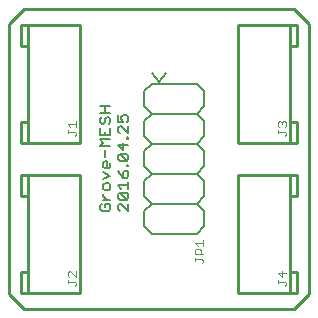
<source format=gto>
G75*
%MOIN*%
%OFA0B0*%
%FSLAX25Y25*%
%IPPOS*%
%LPD*%
%AMOC8*
5,1,8,0,0,1.08239X$1,22.5*
%
%ADD10C,0.01000*%
%ADD11C,0.00500*%
%ADD12C,0.00400*%
%ADD13C,0.00600*%
D10*
X0003000Y0006500D02*
X0008000Y0001500D01*
X0098000Y0001500D01*
X0103000Y0006500D01*
X0103000Y0096500D01*
X0098000Y0101500D01*
X0008000Y0101500D01*
X0003000Y0096500D01*
X0003000Y0006500D01*
X0006976Y0006815D02*
X0009339Y0006815D01*
X0026661Y0006815D01*
X0026661Y0046185D01*
X0009339Y0046185D01*
X0006976Y0046185D01*
X0006976Y0039098D01*
X0009339Y0039098D01*
X0009339Y0013902D01*
X0006976Y0013902D01*
X0006976Y0006815D01*
X0009339Y0006815D02*
X0009339Y0013902D01*
X0012094Y0006815D02*
X0023906Y0006815D01*
X0009339Y0039098D02*
X0009339Y0046185D01*
X0009339Y0056815D02*
X0006976Y0056815D01*
X0006976Y0063902D01*
X0009339Y0063902D01*
X0009339Y0089098D01*
X0006976Y0089098D01*
X0006976Y0096185D01*
X0009339Y0096185D01*
X0009339Y0089098D01*
X0009339Y0096185D02*
X0026661Y0096185D01*
X0026661Y0056815D01*
X0009339Y0056815D01*
X0009339Y0063902D01*
X0012094Y0056815D02*
X0023906Y0056815D01*
X0079339Y0056815D02*
X0079339Y0096185D01*
X0096661Y0096185D01*
X0099024Y0096185D01*
X0099024Y0089098D01*
X0096661Y0089098D01*
X0096661Y0063902D01*
X0099024Y0063902D01*
X0099024Y0056815D01*
X0096661Y0056815D01*
X0096661Y0063902D01*
X0096661Y0056815D02*
X0079339Y0056815D01*
X0079339Y0046185D02*
X0079339Y0006815D01*
X0096661Y0006815D01*
X0099024Y0006815D01*
X0099024Y0013902D01*
X0096661Y0013902D01*
X0096661Y0039098D01*
X0099024Y0039098D01*
X0099024Y0046185D01*
X0096661Y0046185D01*
X0079339Y0046185D01*
X0082094Y0046185D02*
X0093906Y0046185D01*
X0096661Y0046185D02*
X0096661Y0039098D01*
X0096661Y0013902D02*
X0096661Y0006815D01*
X0096661Y0089098D02*
X0096661Y0096185D01*
X0093906Y0096185D02*
X0082094Y0096185D01*
D11*
X0055250Y0080149D02*
X0052998Y0077146D01*
X0050746Y0080149D01*
X0042166Y0066050D02*
X0040999Y0066050D01*
X0040415Y0065467D01*
X0040415Y0064883D01*
X0040999Y0063715D01*
X0039247Y0063715D01*
X0039247Y0066050D01*
X0042166Y0066050D02*
X0042750Y0065467D01*
X0042750Y0064299D01*
X0042166Y0063715D01*
X0042750Y0062367D02*
X0042750Y0060032D01*
X0040415Y0062367D01*
X0039831Y0062367D01*
X0039247Y0061784D01*
X0039247Y0060616D01*
X0039831Y0060032D01*
X0042166Y0058774D02*
X0042166Y0058190D01*
X0042750Y0058190D01*
X0042750Y0058774D01*
X0042166Y0058774D01*
X0040999Y0056843D02*
X0040999Y0054507D01*
X0039247Y0056259D01*
X0042750Y0056259D01*
X0042166Y0053159D02*
X0039831Y0053159D01*
X0042166Y0050824D01*
X0042750Y0051408D01*
X0042750Y0052576D01*
X0042166Y0053159D01*
X0042166Y0050824D02*
X0039831Y0050824D01*
X0039247Y0051408D01*
X0039247Y0052576D01*
X0039831Y0053159D01*
X0036750Y0055735D02*
X0033247Y0055735D01*
X0034415Y0056903D01*
X0033247Y0058070D01*
X0036750Y0058070D01*
X0036750Y0059418D02*
X0036750Y0061753D01*
X0034999Y0060586D02*
X0034999Y0059418D01*
X0036750Y0059418D02*
X0033247Y0059418D01*
X0033247Y0061753D01*
X0033831Y0063101D02*
X0034415Y0063101D01*
X0034999Y0063685D01*
X0034999Y0064853D01*
X0035582Y0065437D01*
X0036166Y0065437D01*
X0036750Y0064853D01*
X0036750Y0063685D01*
X0036166Y0063101D01*
X0033831Y0063101D02*
X0033247Y0063685D01*
X0033247Y0064853D01*
X0033831Y0065437D01*
X0033247Y0066784D02*
X0036750Y0066784D01*
X0034999Y0066784D02*
X0034999Y0069120D01*
X0036750Y0069120D02*
X0033247Y0069120D01*
X0034999Y0054387D02*
X0034999Y0052052D01*
X0034999Y0050704D02*
X0035582Y0050704D01*
X0035582Y0048369D01*
X0034999Y0048369D02*
X0034415Y0048953D01*
X0034415Y0050120D01*
X0034999Y0050704D01*
X0036750Y0050120D02*
X0036750Y0048953D01*
X0036166Y0048369D01*
X0034999Y0048369D01*
X0034415Y0047021D02*
X0036750Y0045853D01*
X0034415Y0044686D01*
X0034999Y0043338D02*
X0034415Y0042754D01*
X0034415Y0041586D01*
X0034999Y0041002D01*
X0036166Y0041002D01*
X0036750Y0041586D01*
X0036750Y0042754D01*
X0036166Y0043338D01*
X0034999Y0043338D01*
X0034415Y0039685D02*
X0034415Y0039101D01*
X0035582Y0037933D01*
X0034415Y0037933D02*
X0036750Y0037933D01*
X0036166Y0036585D02*
X0034999Y0036585D01*
X0034999Y0035418D01*
X0036166Y0036585D02*
X0036750Y0036001D01*
X0036750Y0034834D01*
X0036166Y0034250D01*
X0033831Y0034250D01*
X0033247Y0034834D01*
X0033247Y0036001D01*
X0033831Y0036585D01*
X0039247Y0036001D02*
X0039247Y0034834D01*
X0039831Y0034250D01*
X0039247Y0036001D02*
X0039831Y0036585D01*
X0040415Y0036585D01*
X0042750Y0034250D01*
X0042750Y0036585D01*
X0042166Y0037933D02*
X0039831Y0040268D01*
X0042166Y0040268D01*
X0042750Y0039685D01*
X0042750Y0038517D01*
X0042166Y0037933D01*
X0039831Y0037933D01*
X0039247Y0038517D01*
X0039247Y0039685D01*
X0039831Y0040268D01*
X0040415Y0041616D02*
X0039247Y0042784D01*
X0042750Y0042784D01*
X0042750Y0041616D02*
X0042750Y0043952D01*
X0042166Y0045299D02*
X0042750Y0045883D01*
X0042750Y0047051D01*
X0042166Y0047635D01*
X0041582Y0047635D01*
X0040999Y0047051D01*
X0040999Y0045299D01*
X0042166Y0045299D01*
X0040999Y0045299D02*
X0039831Y0046467D01*
X0039247Y0047635D01*
X0042166Y0048983D02*
X0042166Y0049566D01*
X0042750Y0049566D01*
X0042750Y0048983D01*
X0042166Y0048983D01*
X0021937Y0046185D02*
X0014063Y0046185D01*
X0014063Y0096185D02*
X0021937Y0096185D01*
X0084063Y0056815D02*
X0091937Y0056815D01*
X0091937Y0006815D02*
X0084063Y0006815D01*
D12*
X0092498Y0010134D02*
X0092498Y0011068D01*
X0092498Y0010601D02*
X0094833Y0010601D01*
X0095300Y0010134D01*
X0095300Y0009667D01*
X0094833Y0009200D01*
X0093899Y0012147D02*
X0093899Y0014015D01*
X0095300Y0013548D02*
X0092498Y0013548D01*
X0093899Y0012147D01*
X0067800Y0017167D02*
X0067800Y0017634D01*
X0067333Y0018101D01*
X0064998Y0018101D01*
X0064998Y0017634D02*
X0064998Y0018568D01*
X0064998Y0019647D02*
X0064998Y0021048D01*
X0065465Y0021515D01*
X0066399Y0021515D01*
X0066866Y0021048D01*
X0066866Y0019647D01*
X0067800Y0019647D02*
X0064998Y0019647D01*
X0065932Y0022593D02*
X0064998Y0023527D01*
X0067800Y0023527D01*
X0067800Y0022593D02*
X0067800Y0024461D01*
X0067800Y0017167D02*
X0067333Y0016700D01*
X0025300Y0014015D02*
X0025300Y0012147D01*
X0023432Y0014015D01*
X0022965Y0014015D01*
X0022498Y0013548D01*
X0022498Y0012614D01*
X0022965Y0012147D01*
X0022498Y0011068D02*
X0022498Y0010134D01*
X0022498Y0010601D02*
X0024833Y0010601D01*
X0025300Y0010134D01*
X0025300Y0009667D01*
X0024833Y0009200D01*
X0024833Y0059200D02*
X0025300Y0059667D01*
X0025300Y0060134D01*
X0024833Y0060601D01*
X0022498Y0060601D01*
X0022498Y0060134D02*
X0022498Y0061068D01*
X0023432Y0062147D02*
X0022498Y0063081D01*
X0025300Y0063081D01*
X0025300Y0062147D02*
X0025300Y0064015D01*
X0092498Y0063548D02*
X0092498Y0062614D01*
X0092965Y0062147D01*
X0092498Y0061068D02*
X0092498Y0060134D01*
X0092498Y0060601D02*
X0094833Y0060601D01*
X0095300Y0060134D01*
X0095300Y0059667D01*
X0094833Y0059200D01*
X0094833Y0062147D02*
X0095300Y0062614D01*
X0095300Y0063548D01*
X0094833Y0064015D01*
X0094366Y0064015D01*
X0093899Y0063548D01*
X0093899Y0063081D01*
X0093899Y0063548D02*
X0093432Y0064015D01*
X0092965Y0064015D01*
X0092498Y0063548D01*
D13*
X0068000Y0064000D02*
X0068000Y0059000D01*
X0065500Y0056500D01*
X0050500Y0056500D01*
X0048000Y0054000D01*
X0048000Y0049000D01*
X0050500Y0046500D01*
X0065500Y0046500D01*
X0068000Y0044000D01*
X0068000Y0039000D01*
X0065500Y0036500D01*
X0068000Y0034000D01*
X0068000Y0029000D01*
X0065500Y0026500D01*
X0050500Y0026500D01*
X0048000Y0029000D01*
X0048000Y0034000D01*
X0050500Y0036500D01*
X0065500Y0036500D01*
X0065500Y0046500D02*
X0068000Y0049000D01*
X0068000Y0054000D01*
X0065500Y0056500D01*
X0068000Y0064000D02*
X0065500Y0066500D01*
X0050500Y0066500D01*
X0048000Y0064000D01*
X0048000Y0059000D01*
X0050500Y0056500D01*
X0050500Y0046500D02*
X0048000Y0044000D01*
X0048000Y0039000D01*
X0050500Y0036500D01*
X0050500Y0066500D02*
X0048000Y0069000D01*
X0048000Y0074000D01*
X0050500Y0076500D01*
X0065500Y0076500D01*
X0068000Y0074000D01*
X0068000Y0069000D01*
X0065500Y0066500D01*
M02*

</source>
